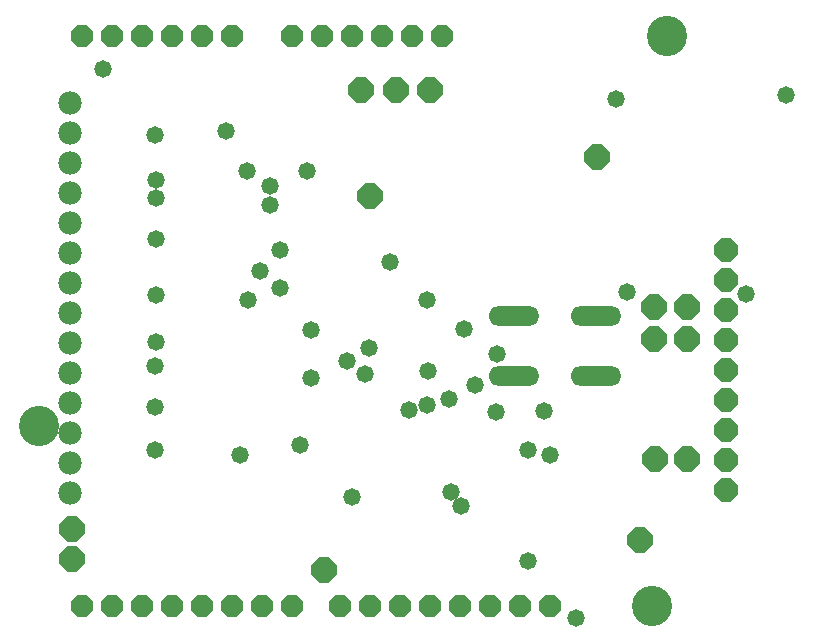
<source format=gbs>
%FSLAX44Y44*%
%MOMM*%
G71*
G01*
G75*
G04 Layer_Color=16711935*
%ADD10R,0.9000X0.7000*%
%ADD11O,0.3000X2.1000*%
%ADD12O,2.1000X0.3000*%
%ADD13R,0.6500X1.0500*%
%ADD14R,0.7000X1.3000*%
%ADD15R,1.3000X0.7000*%
%ADD16O,0.7000X2.5000*%
%ADD17O,2.6000X0.7000*%
%ADD18R,0.7000X0.9000*%
%ADD19R,0.9000X0.7000*%
%ADD20R,3.5052X1.6002*%
%ADD21C,0.2540*%
%ADD22C,1.7780*%
%ADD23P,1.8145X8X202.5*%
%ADD24C,3.2004*%
%ADD25P,2.0895X8X112.5*%
%ADD26P,1.9245X8X202.5*%
%ADD27P,2.0895X8X22.5*%
%ADD28C,1.2700*%
%ADD29O,4.1000X1.4500*%
%ADD30C,0.6000*%
%ADD31C,0.2500*%
%ADD32C,0.2032*%
%ADD33C,0.0127*%
%ADD34C,0.1524*%
%ADD35C,0.1270*%
%ADD36C,0.2000*%
%ADD37R,1.1032X0.9032*%
%ADD38O,0.5032X2.3032*%
%ADD39O,2.3032X0.5032*%
%ADD40R,0.8532X1.2532*%
%ADD41R,0.9032X1.5032*%
%ADD42R,1.5032X0.9032*%
%ADD43O,0.9032X2.7032*%
%ADD44O,2.8032X0.9032*%
%ADD45R,0.9032X1.1032*%
%ADD46R,1.1032X0.9032*%
%ADD47R,3.7084X1.8034*%
%ADD48C,1.9812*%
%ADD49P,2.0345X8X202.5*%
%ADD50C,3.4036*%
%ADD51P,2.3094X8X112.5*%
%ADD52P,2.1444X8X202.5*%
%ADD53P,2.3094X8X22.5*%
%ADD54C,1.4732*%
%ADD55O,4.3032X1.6532*%
D48*
X339090Y787400D02*
D03*
Y762000D02*
D03*
Y736600D02*
D03*
Y711200D02*
D03*
Y685800D02*
D03*
Y660400D02*
D03*
Y635000D02*
D03*
Y609600D02*
D03*
Y584200D02*
D03*
Y558800D02*
D03*
Y533400D02*
D03*
Y508000D02*
D03*
Y482600D02*
D03*
Y457200D02*
D03*
D49*
X450850Y361950D02*
D03*
X476250Y844550D02*
D03*
X425450Y361950D02*
D03*
X400050D02*
D03*
X374650D02*
D03*
X349250D02*
D03*
X476250D02*
D03*
X501650D02*
D03*
X527050D02*
D03*
X567690D02*
D03*
X593090D02*
D03*
X618490D02*
D03*
X643890D02*
D03*
X669290D02*
D03*
X694690D02*
D03*
X720090D02*
D03*
X745490D02*
D03*
X450850Y844550D02*
D03*
X425450D02*
D03*
X400050D02*
D03*
X374650D02*
D03*
X349250D02*
D03*
X527050D02*
D03*
X552450D02*
D03*
X577850D02*
D03*
X603250D02*
D03*
X628650D02*
D03*
X654050D02*
D03*
D50*
X831850Y361950D02*
D03*
X312850Y514350D02*
D03*
X844550Y844550D02*
D03*
D51*
X861060Y486410D02*
D03*
Y588010D02*
D03*
X833120D02*
D03*
X340360Y401320D02*
D03*
X861060Y614680D02*
D03*
X833120D02*
D03*
X614680Y798830D02*
D03*
D52*
X894080Y460210D02*
D03*
Y485610D02*
D03*
Y511010D02*
D03*
Y536410D02*
D03*
Y561810D02*
D03*
Y587210D02*
D03*
Y612610D02*
D03*
Y638010D02*
D03*
Y663410D02*
D03*
D53*
X833882Y486410D02*
D03*
X593090Y708660D02*
D03*
X784860Y741680D02*
D03*
X340360Y426720D02*
D03*
X553720Y392430D02*
D03*
X821690Y417830D02*
D03*
X585470Y798830D02*
D03*
X643890D02*
D03*
D54*
X411480Y707390D02*
D03*
Y722630D02*
D03*
X366522Y816102D02*
D03*
X533654Y498094D02*
D03*
X542798Y554736D02*
D03*
X410464Y529844D02*
D03*
X726694Y399288D02*
D03*
X672592Y595820D02*
D03*
X640842Y620522D02*
D03*
X410464Y493522D02*
D03*
Y564896D02*
D03*
X625301Y527440D02*
D03*
X944626Y794053D02*
D03*
X577596Y454050D02*
D03*
X726440Y494030D02*
D03*
X609600Y652780D02*
D03*
X516636Y662686D02*
D03*
X488950Y729488D02*
D03*
X507746Y701368D02*
D03*
X516636Y630428D02*
D03*
X507746Y716788D02*
D03*
X489712Y620776D02*
D03*
X573564Y569214D02*
D03*
X482854Y489458D02*
D03*
X592074Y580136D02*
D03*
X911352Y625348D02*
D03*
X745236Y489712D02*
D03*
X588264Y558038D02*
D03*
X659384Y536956D02*
D03*
X661162Y458470D02*
D03*
X669798Y446024D02*
D03*
X641870Y560820D02*
D03*
X410464Y760706D02*
D03*
X411480Y671911D02*
D03*
Y624542D02*
D03*
Y584753D02*
D03*
X470916Y764106D02*
D03*
X499919Y645081D02*
D03*
X801370Y791210D02*
D03*
X681990Y548386D02*
D03*
X740410Y526796D02*
D03*
X699262Y525780D02*
D03*
X641096Y531622D02*
D03*
X700024Y574802D02*
D03*
X810006Y627634D02*
D03*
X542798Y595122D02*
D03*
X539062Y729488D02*
D03*
X766960Y351416D02*
D03*
D55*
X714300Y556260D02*
D03*
Y607060D02*
D03*
X784300Y556260D02*
D03*
Y607060D02*
D03*
M02*

</source>
